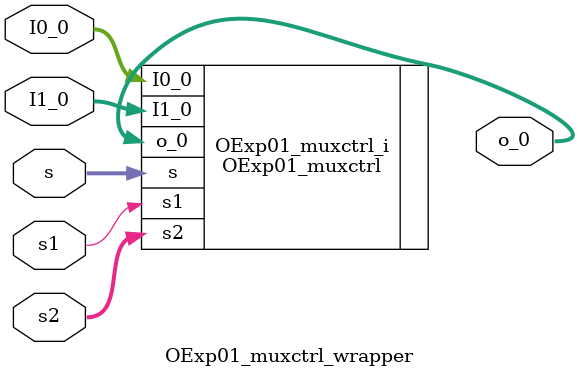
<source format=v>
`timescale 1 ps / 1 ps

module OExp01_muxctrl_wrapper
   (I0_0,
    I1_0,
    o_0,
    s,
    s1,
    s2);
  input [4:0]I0_0;
  input [4:0]I1_0;
  output [4:0]o_0;
  input [1:0]s;
  input s1;
  input [2:0]s2;

  wire [4:0]I0_0;
  wire [4:0]I1_0;
  wire [4:0]o_0;
  wire [1:0]s;
  wire s1;
  wire [2:0]s2;

  OExp01_muxctrl OExp01_muxctrl_i
       (.I0_0(I0_0),
        .I1_0(I1_0),
        .o_0(o_0),
        .s(s),
        .s1(s1),
        .s2(s2));
endmodule

</source>
